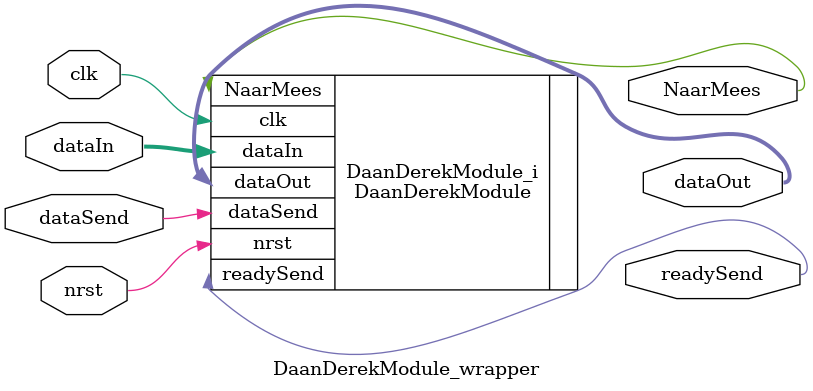
<source format=v>
`timescale 1 ps / 1 ps

module DaanDerekModule_wrapper
   (NaarMees,
    clk,
    dataIn,
    dataOut,
    dataSend,
    nrst,
    readySend);
  output NaarMees;
  input clk;
  input [127:0]dataIn;
  output [127:0]dataOut;
  input dataSend;
  input nrst;
  output readySend;

  wire NaarMees;
  wire clk;
  wire [127:0]dataIn;
  wire [127:0]dataOut;
  wire dataSend;
  wire nrst;
  wire readySend;

  DaanDerekModule DaanDerekModule_i
       (.NaarMees(NaarMees),
        .clk(clk),
        .dataIn(dataIn),
        .dataOut(dataOut),
        .dataSend(dataSend),
        .nrst(nrst),
        .readySend(readySend));
endmodule

</source>
